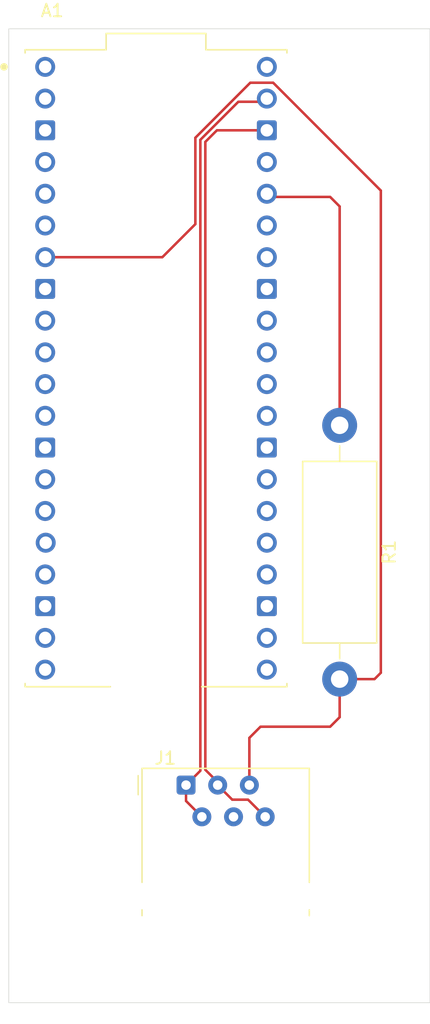
<source format=kicad_pcb>
(kicad_pcb (version 20240108) (generator "pcbnew") (generator_version "8.0")
  (layers (0 "F.Cu" signal) (31 "B.Cu" signal) (34 "B.Paste" user) (35 "F.Paste" user) (36 "B.SilkS" user "B.Silkscreen") (37 "F.SilkS" user "F.Silkscreen") (38 "B.Mask" user) (39 "F.Mask" user) (44 "Edge.Cuts" user))
  (net 0 "")
  (net 1 "+3.3V")
  (net 2 "/Data out")
  (net 8 "GND")
  (net 29 "VCC")
  (footprint "Connector_RJ:RJ12_Amphenol_54601-x06_Horizontal1" (layer "F.Cu") (at 144.394 113.134)
    (property "Reference" "J1" (at -1.66 -2.16 0) (layer "F.SilkS"))
    (property "Value" "RJ12")
    (fp_line (start -3.84 0.77) (end -3.84 -0.76) (stroke (width 0.12)) (layer "F.SilkS"))
    (fp_line (start -3.53 -1.34) (end 9.89 -1.34) (stroke (width 0.12)) (layer "F.SilkS"))
    (fp_line (start -3.53 7.79) (end -3.53 -1.34) (stroke (width 0.12)) (layer "F.SilkS"))
    (fp_line (start -3.53 10.45) (end -3.53 9.99) (stroke (width 0.12)) (layer "F.SilkS"))
    (fp_line (start 9.89 -1.34) (end 9.89 7.79) (stroke (width 0.12)) (layer "F.SilkS"))
    (fp_line (start 9.89 10.45) (end 9.89 9.99) (stroke (width 0.12)) (layer "F.SilkS"))
    (pad "" np_thru_hole circle (at -1.9 8.89) (size 3.25 3.25) (drill 3.25) (layers "*.Cu" "*.Mask"))
    (pad "" np_thru_hole circle (at 8.26 8.89) (size 3.25 3.25) (drill 3.25) (layers "*.Cu" "*.Mask"))
    (pad "1" thru_hole roundrect (at 0 0) (size 1.52 1.52) (drill 0.76) (layers "*.Cu" "*.Mask") (roundrect_rratio 0.1644736842) (net 29 "VCC"))
    (pad "2" thru_hole circle (at 1.27 2.54) (size 1.52 1.52) (drill 0.76) (layers "*.Cu" "*.Mask") (net 29 "VCC"))
    (pad "3" thru_hole circle (at 2.54 0) (size 1.52 1.52) (drill 0.76) (layers "*.Cu" "*.Mask") (net 8 "GND"))
    (pad "4" thru_hole circle (at 3.81 2.54) (size 1.52 1.52) (drill 0.76) (layers "*.Cu" "*.Mask"))
    (pad "5" thru_hole circle (at 5.08 0) (size 1.52 1.52) (drill 0.76) (layers "*.Cu" "*.Mask") (net 2 "/Data out"))
    (pad "6" thru_hole circle (at 6.35 2.54) (size 1.52 1.52) (drill 0.76) (layers "*.Cu" "*.Mask") (net 8 "GND"))
  )
  (footprint "Resistor_THT:R_Axial_DIN0614_L14.3mm_D5.7mm_P20.32mm_Horizontal" (layer "F.Cu") (at 156.718 84.328 -90)
    (property "Reference" "R1" (at 10.16 -3.97 90) (layer "F.SilkS"))
    (property "Value" "3k")
    (fp_line (start 2.89 2.97) (end 17.43 2.97) (stroke (width 0.12)) (layer "F.SilkS"))
    (fp_line (start 17.43 2.97) (end 17.43 -2.97) (stroke (width 0.12)) (layer "F.SilkS"))
    (fp_line (start 1.64 0) (end 2.89 0) (stroke (width 0.12)) (layer "F.SilkS"))
    (fp_line (start 18.68 0) (end 17.43 0) (stroke (width 0.12)) (layer "F.SilkS"))
    (fp_line (start 2.89 -2.97) (end 2.89 2.97) (stroke (width 0.12)) (layer "F.SilkS"))
    (fp_line (start 17.43 -2.97) (end 2.89 -2.97) (stroke (width 0.12)) (layer "F.SilkS"))
    (pad "1" thru_hole circle (at 0 0 270) (size 2.8 2.8) (drill 1.4) (layers "*.Cu" "*.Mask") (net 1 "+3.3V"))
    (pad "2" thru_hole oval (at 20.32 0 270) (size 2.8 2.8) (drill 1.4) (layers "*.Cu" "*.Mask") (net 2 "/Data out"))
  )
  (footprint "Raspberry pi pico:MODULE_SC0918" (layer "F.Cu") (at 141.986 79.756)
    (property "Reference" "A1" (at -8.325 -28.635 0) (layer "F.SilkS"))
    (property "Value" "SC0918")
    (fp_line (start -10.5 -25.5) (end -4 -25.5) (stroke (width 0.127)) (layer "F.SilkS"))
    (fp_line (start -10.5 -25.25) (end -10.5 -25.5) (stroke (width 0.127)) (layer "F.SilkS"))
    (fp_line (start -10.5 25.5) (end -10.5 25.25) (stroke (width 0.127)) (layer "F.SilkS"))
    (fp_line (start -4 -26.8) (end 4 -26.8) (stroke (width 0.127)) (layer "F.SilkS"))
    (fp_line (start -4 -25.5) (end -4 -26.8) (stroke (width 0.127)) (layer "F.SilkS"))
    (fp_line (start -3.66 25.5) (end -10.5 25.5) (stroke (width 0.127)) (layer "F.SilkS"))
    (fp_line (start 4 -26.8) (end 4 -25.5) (stroke (width 0.127)) (layer "F.SilkS"))
    (fp_line (start 4 -25.5) (end 10.5 -25.5) (stroke (width 0.127)) (layer "F.SilkS"))
    (fp_line (start 10.5 -25.5) (end 10.5 -25.25) (stroke (width 0.127)) (layer "F.SilkS"))
    (fp_line (start 10.5 25.5) (end 3.66 25.5) (stroke (width 0.127)) (layer "F.SilkS"))
    (fp_line (start 10.5 25.5) (end 10.5 25.25) (stroke (width 0.127)) (layer "F.SilkS"))
    (fp_circle (center -12.19 -24.13) (end -11.99 -24.13) (stroke (width 0.2)) (fill solid) (layer "F.SilkS"))
    (pad "1" thru_hole circle (at -8.89 -24.13) (size 1.6 1.6) (drill 1) (layers "*.Cu" "*.Mask"))
    (pad "2" thru_hole circle (at -8.89 -21.59) (size 1.6 1.6) (drill 1) (layers "*.Cu" "*.Mask"))
    (pad "3" thru_hole roundrect (at -8.89 -19.05) (size 1.6 1.6) (drill 1) (layers "*.Cu" "*.Mask") (roundrect_rratio 0.125))
    (pad "4" thru_hole circle (at -8.89 -16.51) (size 1.6 1.6) (drill 1) (layers "*.Cu" "*.Mask"))
    (pad "5" thru_hole circle (at -8.89 -13.97) (size 1.6 1.6) (drill 1) (layers "*.Cu" "*.Mask"))
    (pad "6" thru_hole circle (at -8.89 -11.43) (size 1.6 1.6) (drill 1) (layers "*.Cu" "*.Mask"))
    (pad "7" thru_hole circle (at -8.89 -8.89) (size 1.6 1.6) (drill 1) (layers "*.Cu" "*.Mask") (net 2 "/Data out"))
    (pad "8" thru_hole roundrect (at -8.89 -6.35) (size 1.6 1.6) (drill 1) (layers "*.Cu" "*.Mask") (roundrect_rratio 0.125))
    (pad "9" thru_hole circle (at -8.89 -3.81) (size 1.6 1.6) (drill 1) (layers "*.Cu" "*.Mask"))
    (pad "10" thru_hole circle (at -8.89 -1.27) (size 1.6 1.6) (drill 1) (layers "*.Cu" "*.Mask"))
    (pad "11" thru_hole circle (at -8.89 1.27) (size 1.6 1.6) (drill 1) (layers "*.Cu" "*.Mask"))
    (pad "12" thru_hole circle (at -8.89 3.81) (size 1.6 1.6) (drill 1) (layers "*.Cu" "*.Mask"))
    (pad "13" thru_hole roundrect (at -8.89 6.35) (size 1.6 1.6) (drill 1) (layers "*.Cu" "*.Mask") (roundrect_rratio 0.125))
    (pad "14" thru_hole circle (at -8.89 8.89) (size 1.6 1.6) (drill 1) (layers "*.Cu" "*.Mask"))
    (pad "15" thru_hole circle (at -8.89 11.43) (size 1.6 1.6) (drill 1) (layers "*.Cu" "*.Mask"))
    (pad "16" thru_hole circle (at -8.848119 13.97) (size 1.6 1.6) (drill 1) (layers "*.Cu" "*.Mask"))
    (pad "17" thru_hole circle (at -8.89 16.51) (size 1.6 1.6) (drill 1) (layers "*.Cu" "*.Mask"))
    (pad "18" thru_hole roundrect (at -8.89 19.05) (size 1.6 1.6) (drill 1) (layers "*.Cu" "*.Mask") (roundrect_rratio 0.125))
    (pad "19" thru_hole circle (at -8.89 21.59) (size 1.6 1.6) (drill 1) (layers "*.Cu" "*.Mask"))
    (pad "20" thru_hole circle (at -8.89 24.13) (size 1.6 1.6) (drill 1) (layers "*.Cu" "*.Mask"))
    (pad "21" thru_hole circle (at 8.89 24.13) (size 1.6 1.6) (drill 1) (layers "*.Cu" "*.Mask"))
    (pad "22" thru_hole circle (at 8.89 21.59) (size 1.6 1.6) (drill 1) (layers "*.Cu" "*.Mask"))
    (pad "23" thru_hole roundrect (at 8.89 19.05) (size 1.6 1.6) (drill 1) (layers "*.Cu" "*.Mask") (roundrect_rratio 0.125))
    (pad "24" thru_hole circle (at 8.89 16.51) (size 1.6 1.6) (drill 1) (layers "*.Cu" "*.Mask"))
    (pad "25" thru_hole circle (at 8.89 13.97) (size 1.6 1.6) (drill 1) (layers "*.Cu" "*.Mask"))
    (pad "26" thru_hole circle (at 8.89 11.43) (size 1.6 1.6) (drill 1) (layers "*.Cu" "*.Mask"))
    (pad "27" thru_hole circle (at 8.89 8.89) (size 1.6 1.6) (drill 1) (layers "*.Cu" "*.Mask"))
    (pad "28" thru_hole roundrect (at 8.89 6.35) (size 1.6 1.6) (drill 1) (layers "*.Cu" "*.Mask") (roundrect_rratio 0.125))
    (pad "29" thru_hole circle (at 8.89 3.81) (size 1.6 1.6) (drill 1) (layers "*.Cu" "*.Mask"))
    (pad "30" thru_hole circle (at 8.89 1.27) (size 1.6 1.6) (drill 1) (layers "*.Cu" "*.Mask"))
    (pad "31" thru_hole circle (at 8.89 -1.27) (size 1.6 1.6) (drill 1) (layers "*.Cu" "*.Mask"))
    (pad "32" thru_hole circle (at 8.89 -3.81) (size 1.6 1.6) (drill 1) (layers "*.Cu" "*.Mask"))
    (pad "33" thru_hole roundrect (at 8.89 -6.35) (size 1.6 1.6) (drill 1) (layers "*.Cu" "*.Mask") (roundrect_rratio 0.125))
    (pad "34" thru_hole circle (at 8.89 -8.89) (size 1.6 1.6) (drill 1) (layers "*.Cu" "*.Mask"))
    (pad "35" thru_hole circle (at 8.89 -11.43) (size 1.6 1.6) (drill 1) (layers "*.Cu" "*.Mask"))
    (pad "36" thru_hole circle (at 8.89 -13.97) (size 1.6 1.6) (drill 1) (layers "*.Cu" "*.Mask") (net 1 "+3.3V"))
    (pad "37" thru_hole circle (at 8.89 -16.51) (size 1.6 1.6) (drill 1) (layers "*.Cu" "*.Mask"))
    (pad "38" thru_hole roundrect (at 8.89 -19.05) (size 1.6 1.6) (drill 1) (layers "*.Cu" "*.Mask") (roundrect_rratio 0.125) (net 8 "GND"))
    (pad "39" thru_hole circle (at 8.89 -21.59) (size 1.6 1.6) (drill 1) (layers "*.Cu" "*.Mask") (net 29 "VCC"))
    (pad "40" thru_hole circle (at 8.89 -24.13) (size 1.6 1.6) (drill 1) (layers "*.Cu" "*.Mask"))
  )
  (gr_rect (start 130.175 52.578) (end 163.957 130.556) (stroke (width 0.05)) (fill none) (layer "Edge.Cuts"))
  (segment (start 156.718 84.328) (end 156.718 66.802) (width 0.2) (layer "F.Cu") (net 1))
  (segment (start 155.956 66.04) (end 151.13 66.04) (width 0.2) (layer "F.Cu") (net 1))
  (segment (start 156.718 66.802) (end 155.956 66.04) (width 0.2) (layer "F.Cu") (net 1))
  (segment (start 151.13 66.04) (end 150.876 65.786) (width 0.2) (layer "F.Cu") (net 1))
  (segment (start 149.548314 56.896) (end 145.142 61.302314) (width 0.2) (layer "F.Cu") (net 2))
  (segment (start 156.718 107.696) (end 156.718 104.648) (width 0.2) (layer "F.Cu") (net 2))
  (segment (start 142.494 70.866) (end 133.096 70.866) (width 0.2) (layer "F.Cu") (net 2))
  (segment (start 155.956 108.458) (end 156.718 107.696) (width 0.2) (layer "F.Cu") (net 2))
  (segment (start 151.384 56.896) (end 149.548314 56.896) (width 0.2) (layer "F.Cu") (net 2))
  (segment (start 156.718 104.648) (end 159.512 104.648) (width 0.2) (layer "F.Cu") (net 2))
  (segment (start 149.474 113.134) (end 149.474 109.352) (width 0.2) (layer "F.Cu") (net 2))
  (segment (start 160.02 104.14) (end 160.02 65.532) (width 0.2) (layer "F.Cu") (net 2))
  (segment (start 145.142 61.302314) (end 145.142 68.218) (width 0.2) (layer "F.Cu") (net 2))
  (segment (start 160.02 65.532) (end 151.384 56.896) (width 0.2) (layer "F.Cu") (net 2))
  (segment (start 150.368 108.458) (end 155.956 108.458) (width 0.2) (layer "F.Cu") (net 2))
  (segment (start 149.474 109.352) (end 150.368 108.458) (width 0.2) (layer "F.Cu") (net 2))
  (segment (start 145.142 68.218) (end 142.494 70.866) (width 0.2) (layer "F.Cu") (net 2))
  (segment (start 159.512 104.648) (end 160.02 104.14) (width 0.2) (layer "F.Cu") (net 2))
  (segment (start 149.37 114.3) (end 148.1 114.3) (width 0.2) (layer "F.Cu") (net 8))
  (segment (start 145.942 111.906) (end 145.942 61.633686) (width 0.2) (layer "F.Cu") (net 8))
  (segment (start 150.744 115.674) (end 149.37 114.3) (width 0.2) (layer "F.Cu") (net 8))
  (segment (start 148.1 114.3) (end 146.934 113.134) (width 0.2) (layer "F.Cu") (net 8))
  (segment (start 146.869686 60.706) (end 150.876 60.706) (width 0.2) (layer "F.Cu") (net 8))
  (segment (start 150.744 115.674) (end 151.016 115.674) (width 0.2) (layer "F.Cu") (net 8))
  (segment (start 145.942 61.633686) (end 146.869686 60.706) (width 0.2) (layer "F.Cu") (net 8))
  (segment (start 146.934 113.134) (end 146.934 112.898) (width 0.2) (layer "F.Cu") (net 8))
  (segment (start 146.934 112.898) (end 145.942 111.906) (width 0.2) (layer "F.Cu") (net 8))
  (segment (start 144.394 114.404) (end 145.664 115.674) (width 0.2) (layer "F.Cu") (net 29))
  (segment (start 148.59 58.42) (end 150.622 58.42) (width 0.2) (layer "F.Cu") (net 29))
  (segment (start 144.394 113.134) (end 145.542 111.986) (width 0.2) (layer "F.Cu") (net 29))
  (segment (start 144.394 113.134) (end 144.394 114.404) (width 0.2) (layer "F.Cu") (net 29))
  (segment (start 145.542 61.468) (end 148.59 58.42) (width 0.2) (layer "F.Cu") (net 29))
  (segment (start 145.542 111.986) (end 145.542 61.468) (width 0.2) (layer "F.Cu") (net 29))
)
</source>
